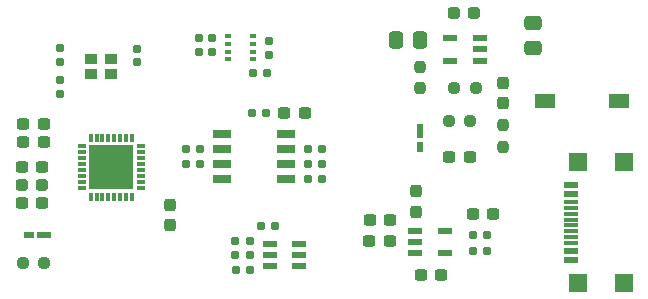
<source format=gtp>
%TF.GenerationSoftware,KiCad,Pcbnew,7.0.9*%
%TF.CreationDate,2024-06-27T19:07:32+02:00*%
%TF.ProjectId,esp32_c3_custom_board,65737033-325f-4633-935f-637573746f6d,rev?*%
%TF.SameCoordinates,Original*%
%TF.FileFunction,Paste,Top*%
%TF.FilePolarity,Positive*%
%FSLAX46Y46*%
G04 Gerber Fmt 4.6, Leading zero omitted, Abs format (unit mm)*
G04 Created by KiCad (PCBNEW 7.0.9) date 2024-06-27 19:07:32*
%MOMM*%
%LPD*%
G01*
G04 APERTURE LIST*
G04 Aperture macros list*
%AMRoundRect*
0 Rectangle with rounded corners*
0 $1 Rounding radius*
0 $2 $3 $4 $5 $6 $7 $8 $9 X,Y pos of 4 corners*
0 Add a 4 corners polygon primitive as box body*
4,1,4,$2,$3,$4,$5,$6,$7,$8,$9,$2,$3,0*
0 Add four circle primitives for the rounded corners*
1,1,$1+$1,$2,$3*
1,1,$1+$1,$4,$5*
1,1,$1+$1,$6,$7*
1,1,$1+$1,$8,$9*
0 Add four rect primitives between the rounded corners*
20,1,$1+$1,$2,$3,$4,$5,0*
20,1,$1+$1,$4,$5,$6,$7,0*
20,1,$1+$1,$6,$7,$8,$9,0*
20,1,$1+$1,$8,$9,$2,$3,0*%
G04 Aperture macros list end*
%ADD10RoundRect,0.160000X-0.160000X0.197500X-0.160000X-0.197500X0.160000X-0.197500X0.160000X0.197500X0*%
%ADD11RoundRect,0.237500X-0.300000X-0.237500X0.300000X-0.237500X0.300000X0.237500X-0.300000X0.237500X0*%
%ADD12RoundRect,0.155000X-0.155000X0.212500X-0.155000X-0.212500X0.155000X-0.212500X0.155000X0.212500X0*%
%ADD13RoundRect,0.160000X0.197500X0.160000X-0.197500X0.160000X-0.197500X-0.160000X0.197500X-0.160000X0*%
%ADD14R,1.300000X0.500000*%
%ADD15R,0.870000X0.500000*%
%ADD16R,1.000000X0.900000*%
%ADD17RoundRect,0.237500X-0.237500X0.287500X-0.237500X-0.287500X0.237500X-0.287500X0.237500X0.287500X0*%
%ADD18RoundRect,0.250000X0.337500X0.475000X-0.337500X0.475000X-0.337500X-0.475000X0.337500X-0.475000X0*%
%ADD19RoundRect,0.155000X0.212500X0.155000X-0.212500X0.155000X-0.212500X-0.155000X0.212500X-0.155000X0*%
%ADD20RoundRect,0.237500X0.237500X-0.250000X0.237500X0.250000X-0.237500X0.250000X-0.237500X-0.250000X0*%
%ADD21RoundRect,0.237500X0.250000X0.237500X-0.250000X0.237500X-0.250000X-0.237500X0.250000X-0.237500X0*%
%ADD22RoundRect,0.155000X-0.212500X-0.155000X0.212500X-0.155000X0.212500X0.155000X-0.212500X0.155000X0*%
%ADD23RoundRect,0.160000X0.160000X-0.197500X0.160000X0.197500X-0.160000X0.197500X-0.160000X-0.197500X0*%
%ADD24R,1.150000X0.600000*%
%ADD25R,1.150000X0.300000*%
%ADD26R,1.500000X1.500000*%
%ADD27R,0.500000X0.350000*%
%ADD28R,1.525000X0.650000*%
%ADD29R,1.200000X0.600000*%
%ADD30RoundRect,0.237500X0.300000X0.237500X-0.300000X0.237500X-0.300000X-0.237500X0.300000X-0.237500X0*%
%ADD31RoundRect,0.160000X-0.197500X-0.160000X0.197500X-0.160000X0.197500X0.160000X-0.197500X0.160000X0*%
%ADD32R,1.750000X1.200000*%
%ADD33RoundRect,0.250000X-0.475000X0.337500X-0.475000X-0.337500X0.475000X-0.337500X0.475000X0.337500X0*%
%ADD34RoundRect,0.155000X0.155000X-0.212500X0.155000X0.212500X-0.155000X0.212500X-0.155000X-0.212500X0*%
%ADD35RoundRect,0.237500X-0.250000X-0.237500X0.250000X-0.237500X0.250000X0.237500X-0.250000X0.237500X0*%
%ADD36R,0.800000X0.300000*%
%ADD37R,0.300000X0.800000*%
%ADD38R,3.750000X3.750000*%
%ADD39RoundRect,0.237500X-0.237500X0.300000X-0.237500X-0.300000X0.237500X-0.300000X0.237500X0.300000X0*%
%ADD40RoundRect,0.237500X-0.287500X-0.237500X0.287500X-0.237500X0.287500X0.237500X-0.287500X0.237500X0*%
%ADD41R,0.500000X1.300000*%
%ADD42R,0.500000X0.870000*%
%ADD43RoundRect,0.237500X0.237500X-0.300000X0.237500X0.300000X-0.237500X0.300000X-0.237500X-0.300000X0*%
G04 APERTURE END LIST*
D10*
%TO.C,R14*%
X142131000Y-127979000D03*
X142131000Y-129174000D03*
%TD*%
D11*
%TO.C,C12*%
X143436000Y-134112000D03*
X145161000Y-134112000D03*
%TD*%
D12*
%TO.C,C2*%
X124397000Y-128637000D03*
X124397000Y-129772000D03*
%TD*%
D13*
%TO.C,R5*%
X146610000Y-139700000D03*
X145415000Y-139700000D03*
%TD*%
D14*
%TO.C,D2*%
X123108000Y-144399000D03*
D15*
X121793000Y-144399000D03*
%TD*%
D13*
%TO.C,R4*%
X146610000Y-138430000D03*
X145415000Y-138430000D03*
%TD*%
D16*
%TO.C,Y1*%
X127064000Y-130788000D03*
X128714000Y-130788000D03*
X128714000Y-129562000D03*
X127064000Y-129562000D03*
%TD*%
D17*
%TO.C,L2*%
X154559000Y-140744000D03*
X154559000Y-142494000D03*
%TD*%
D18*
%TO.C,C18*%
X154940000Y-127889000D03*
X152865000Y-127889000D03*
%TD*%
D19*
%TO.C,C16*%
X137305000Y-128920000D03*
X136170000Y-128920000D03*
%TD*%
D20*
%TO.C,R12*%
X161925000Y-136953000D03*
X161925000Y-135128000D03*
%TD*%
D13*
%TO.C,R9*%
X160580000Y-145796000D03*
X159385000Y-145796000D03*
%TD*%
D21*
%TO.C,R11*%
X159178000Y-134747000D03*
X157353000Y-134747000D03*
%TD*%
D13*
%TO.C,R15*%
X141986000Y-130683000D03*
X140791000Y-130683000D03*
%TD*%
%TO.C,R1*%
X146610000Y-137160000D03*
X145415000Y-137160000D03*
%TD*%
D22*
%TO.C,C13*%
X140724000Y-134112000D03*
X141859000Y-134112000D03*
%TD*%
D23*
%TO.C,R6*%
X124397000Y-132491000D03*
X124397000Y-131296000D03*
%TD*%
D11*
%TO.C,C7*%
X157406000Y-137795000D03*
X159131000Y-137795000D03*
%TD*%
D24*
%TO.C,J1*%
X167679000Y-146583000D03*
X167679000Y-145783000D03*
D25*
X167679000Y-144633000D03*
X167679000Y-143633000D03*
X167679000Y-143133000D03*
X167679000Y-142133000D03*
D24*
X167679000Y-140983000D03*
X167679000Y-140183000D03*
D25*
X167679000Y-141633000D03*
X167679000Y-142633000D03*
X167679000Y-144133000D03*
X167679000Y-145133000D03*
D26*
X168254000Y-148503000D03*
X168254000Y-138263000D03*
X172184000Y-148503000D03*
X172184000Y-138263000D03*
%TD*%
D27*
%TO.C,HM1*%
X140734000Y-127620000D03*
X140734000Y-128270000D03*
X140734000Y-128920000D03*
X140734000Y-129570000D03*
X138684000Y-129570000D03*
X138684000Y-128920000D03*
X138684000Y-128270000D03*
X138684000Y-127620000D03*
%TD*%
D28*
%TO.C,Flash1*%
X138131000Y-135890000D03*
X138131000Y-137160000D03*
X138131000Y-138430000D03*
X138131000Y-139700000D03*
X143555000Y-139700000D03*
X143555000Y-138430000D03*
X143555000Y-137160000D03*
X143555000Y-135890000D03*
%TD*%
D29*
%TO.C,ESD1*%
X142173000Y-145166000D03*
X142173000Y-146116000D03*
X142173000Y-147066000D03*
X144673000Y-147066000D03*
X144673000Y-146116000D03*
X144673000Y-145166000D03*
%TD*%
D30*
%TO.C,C10*%
X161088000Y-142621000D03*
X159363000Y-142621000D03*
%TD*%
D31*
%TO.C,R2*%
X135076000Y-137160000D03*
X136271000Y-137160000D03*
%TD*%
D24*
%TO.C,USB-Vpp1*%
X154504000Y-144084000D03*
X154504000Y-145034000D03*
X154504000Y-145984000D03*
X157004000Y-145984000D03*
X157004000Y-144084000D03*
%TD*%
D32*
%TO.C,S1*%
X165481000Y-133096000D03*
X171731000Y-133096000D03*
%TD*%
D30*
%TO.C,C21*%
X123063000Y-136525000D03*
X121338000Y-136525000D03*
%TD*%
%TO.C,C11*%
X152400000Y-143129000D03*
X150675000Y-143129000D03*
%TD*%
D22*
%TO.C,C6*%
X141478000Y-143637000D03*
X142613000Y-143637000D03*
%TD*%
D20*
%TO.C,R16*%
X154940000Y-132000000D03*
X154940000Y-130175000D03*
%TD*%
D31*
%TO.C,R8*%
X139287000Y-146116000D03*
X140482000Y-146116000D03*
%TD*%
D33*
%TO.C,C17*%
X164465000Y-126492000D03*
X164465000Y-128567000D03*
%TD*%
D34*
%TO.C,C1*%
X130937000Y-129786000D03*
X130937000Y-128651000D03*
%TD*%
D30*
%TO.C,C8*%
X156717000Y-147828000D03*
X154992000Y-147828000D03*
%TD*%
D35*
%TO.C,R17*%
X157814000Y-131953000D03*
X159639000Y-131953000D03*
%TD*%
D11*
%TO.C,C4*%
X121211000Y-141732000D03*
X122936000Y-141732000D03*
%TD*%
D36*
%TO.C,IC1*%
X126278000Y-136934000D03*
X126278000Y-137434000D03*
X126278000Y-137934000D03*
X126278000Y-138434000D03*
X126278000Y-138934000D03*
X126278000Y-139434000D03*
X126278000Y-139934000D03*
X126278000Y-140434000D03*
D37*
X127028000Y-141184000D03*
X127528000Y-141184000D03*
X128028000Y-141184000D03*
X128528000Y-141184000D03*
X129028000Y-141184000D03*
X129528000Y-141184000D03*
X130028000Y-141184000D03*
X130528000Y-141184000D03*
D36*
X131278000Y-140434000D03*
X131278000Y-139934000D03*
X131278000Y-139434000D03*
X131278000Y-138934000D03*
X131278000Y-138434000D03*
X131278000Y-137934000D03*
X131278000Y-137434000D03*
X131278000Y-136934000D03*
D37*
X130528000Y-136184000D03*
X130028000Y-136184000D03*
X129528000Y-136184000D03*
X129028000Y-136184000D03*
X128528000Y-136184000D03*
X128028000Y-136184000D03*
X127528000Y-136184000D03*
X127028000Y-136184000D03*
D38*
X128778000Y-138684000D03*
%TD*%
D39*
%TO.C,C19*%
X133731000Y-141859000D03*
X133731000Y-143584000D03*
%TD*%
D35*
%TO.C,R13*%
X121283000Y-146812000D03*
X123108000Y-146812000D03*
%TD*%
D29*
%TO.C,EX-Vpp1*%
X160020000Y-129667000D03*
X160020000Y-128717000D03*
X160020000Y-127767000D03*
X157420000Y-127767000D03*
X157420000Y-129667000D03*
%TD*%
D19*
%TO.C,C15*%
X137305000Y-127777000D03*
X136170000Y-127777000D03*
%TD*%
%TO.C,C5*%
X140482000Y-147386000D03*
X139347000Y-147386000D03*
%TD*%
D31*
%TO.C,R3*%
X135076000Y-138430000D03*
X136271000Y-138430000D03*
%TD*%
D40*
%TO.C,L3*%
X157762000Y-125603000D03*
X159512000Y-125603000D03*
%TD*%
D41*
%TO.C,D1*%
X154940000Y-135636000D03*
D42*
X154940000Y-136951000D03*
%TD*%
D43*
%TO.C,C14*%
X161925000Y-133297000D03*
X161925000Y-131572000D03*
%TD*%
D30*
%TO.C,C20*%
X123063000Y-135001000D03*
X121338000Y-135001000D03*
%TD*%
D40*
%TO.C,L1*%
X121186000Y-140208000D03*
X122936000Y-140208000D03*
%TD*%
D31*
%TO.C,R7*%
X139287000Y-144973000D03*
X140482000Y-144973000D03*
%TD*%
%TO.C,R10*%
X159385000Y-144399000D03*
X160580000Y-144399000D03*
%TD*%
D30*
%TO.C,C3*%
X122936000Y-138684000D03*
X121211000Y-138684000D03*
%TD*%
%TO.C,C9*%
X152347000Y-144907000D03*
X150622000Y-144907000D03*
%TD*%
M02*

</source>
